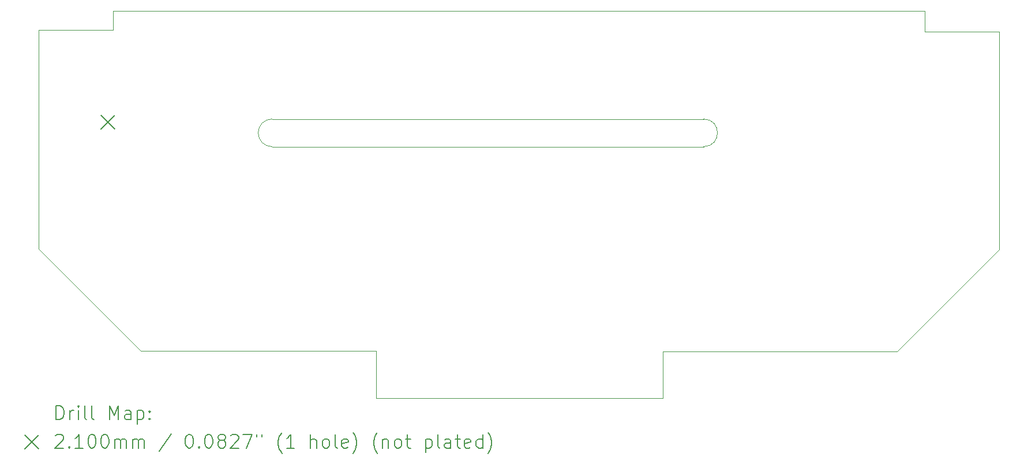
<source format=gbr>
%FSLAX45Y45*%
G04 Gerber Fmt 4.5, Leading zero omitted, Abs format (unit mm)*
G04 Created by KiCad (PCBNEW (6.0.2)) date 2023-01-14 17:30:27*
%MOMM*%
%LPD*%
G01*
G04 APERTURE LIST*
%TA.AperFunction,Profile*%
%ADD10C,0.050000*%
%TD*%
%ADD11C,0.200000*%
%ADD12C,0.210000*%
G04 APERTURE END LIST*
D10*
X2311400Y-5524500D02*
X2311400Y-2311400D01*
X5735320Y-3619500D02*
X7670800Y-3619500D01*
X7670800Y-4025900D02*
X5735320Y-4025900D01*
X12067540Y-4025900D02*
G75*
G03*
X12067540Y-3619500I0J203200D01*
G01*
X16408400Y-4927600D02*
X16408400Y-5537200D01*
X11242040Y-3619500D02*
X7670800Y-3619500D01*
X7670800Y-4025900D02*
X12067540Y-4025900D01*
X11864340Y-2032000D02*
X15316200Y-2032000D01*
X11242040Y-3619500D02*
X12067540Y-3619500D01*
X11457940Y-2034540D02*
X11866880Y-2034540D01*
X11866880Y-2034540D02*
X11864340Y-2032000D01*
X3403600Y-2311400D02*
X3403600Y-2032000D01*
X16408400Y-2336800D02*
X16408400Y-3098800D01*
X15316200Y-2032000D02*
X15316200Y-2336800D01*
X11468100Y-7721600D02*
X7264400Y-7721600D01*
X11457940Y-2034540D02*
X3403600Y-2032000D01*
X5735320Y-3619500D02*
G75*
G03*
X5735320Y-4025900I-2540J-203200D01*
G01*
X3810000Y-7023100D02*
X4676140Y-7023100D01*
X11468100Y-7035800D02*
X11468100Y-7721600D01*
X4676140Y-7023100D02*
X4907280Y-7023100D01*
X3810000Y-7023100D02*
X2311400Y-5524500D01*
X15316200Y-2336800D02*
X16408400Y-2336800D01*
X14909800Y-7035800D02*
X11468100Y-7035800D01*
X7264400Y-7721600D02*
X7264400Y-7023100D01*
X16408400Y-3098800D02*
X16408400Y-4927600D01*
X7264400Y-7023100D02*
X4907280Y-7023100D01*
X16408400Y-5537200D02*
X14909800Y-7035800D01*
X2311400Y-2311400D02*
X3403600Y-2311400D01*
D11*
D12*
X3219860Y-3560220D02*
X3429860Y-3770220D01*
X3429860Y-3560220D02*
X3219860Y-3770220D01*
D11*
X2566519Y-8034576D02*
X2566519Y-7834576D01*
X2614138Y-7834576D01*
X2642710Y-7844100D01*
X2661757Y-7863148D01*
X2671281Y-7882195D01*
X2680805Y-7920290D01*
X2680805Y-7948862D01*
X2671281Y-7986957D01*
X2661757Y-8006005D01*
X2642710Y-8025052D01*
X2614138Y-8034576D01*
X2566519Y-8034576D01*
X2766519Y-8034576D02*
X2766519Y-7901243D01*
X2766519Y-7939338D02*
X2776043Y-7920290D01*
X2785567Y-7910767D01*
X2804614Y-7901243D01*
X2823662Y-7901243D01*
X2890328Y-8034576D02*
X2890328Y-7901243D01*
X2890328Y-7834576D02*
X2880805Y-7844100D01*
X2890328Y-7853624D01*
X2899852Y-7844100D01*
X2890328Y-7834576D01*
X2890328Y-7853624D01*
X3014138Y-8034576D02*
X2995090Y-8025052D01*
X2985567Y-8006005D01*
X2985567Y-7834576D01*
X3118900Y-8034576D02*
X3099852Y-8025052D01*
X3090328Y-8006005D01*
X3090328Y-7834576D01*
X3347471Y-8034576D02*
X3347471Y-7834576D01*
X3414138Y-7977433D01*
X3480805Y-7834576D01*
X3480805Y-8034576D01*
X3661757Y-8034576D02*
X3661757Y-7929814D01*
X3652233Y-7910767D01*
X3633186Y-7901243D01*
X3595090Y-7901243D01*
X3576043Y-7910767D01*
X3661757Y-8025052D02*
X3642709Y-8034576D01*
X3595090Y-8034576D01*
X3576043Y-8025052D01*
X3566519Y-8006005D01*
X3566519Y-7986957D01*
X3576043Y-7967909D01*
X3595090Y-7958386D01*
X3642709Y-7958386D01*
X3661757Y-7948862D01*
X3756995Y-7901243D02*
X3756995Y-8101243D01*
X3756995Y-7910767D02*
X3776043Y-7901243D01*
X3814138Y-7901243D01*
X3833186Y-7910767D01*
X3842709Y-7920290D01*
X3852233Y-7939338D01*
X3852233Y-7996481D01*
X3842709Y-8015528D01*
X3833186Y-8025052D01*
X3814138Y-8034576D01*
X3776043Y-8034576D01*
X3756995Y-8025052D01*
X3937948Y-8015528D02*
X3947471Y-8025052D01*
X3937948Y-8034576D01*
X3928424Y-8025052D01*
X3937948Y-8015528D01*
X3937948Y-8034576D01*
X3937948Y-7910767D02*
X3947471Y-7920290D01*
X3937948Y-7929814D01*
X3928424Y-7920290D01*
X3937948Y-7910767D01*
X3937948Y-7929814D01*
X2108900Y-8264100D02*
X2308900Y-8464100D01*
X2308900Y-8264100D02*
X2108900Y-8464100D01*
X2556995Y-8273624D02*
X2566519Y-8264100D01*
X2585567Y-8254576D01*
X2633186Y-8254576D01*
X2652233Y-8264100D01*
X2661757Y-8273624D01*
X2671281Y-8292671D01*
X2671281Y-8311719D01*
X2661757Y-8340290D01*
X2547471Y-8454576D01*
X2671281Y-8454576D01*
X2756995Y-8435529D02*
X2766519Y-8445052D01*
X2756995Y-8454576D01*
X2747471Y-8445052D01*
X2756995Y-8435529D01*
X2756995Y-8454576D01*
X2956995Y-8454576D02*
X2842709Y-8454576D01*
X2899852Y-8454576D02*
X2899852Y-8254576D01*
X2880805Y-8283148D01*
X2861757Y-8302195D01*
X2842709Y-8311719D01*
X3080805Y-8254576D02*
X3099852Y-8254576D01*
X3118900Y-8264100D01*
X3128424Y-8273624D01*
X3137948Y-8292671D01*
X3147471Y-8330767D01*
X3147471Y-8378386D01*
X3137948Y-8416481D01*
X3128424Y-8435529D01*
X3118900Y-8445052D01*
X3099852Y-8454576D01*
X3080805Y-8454576D01*
X3061757Y-8445052D01*
X3052233Y-8435529D01*
X3042709Y-8416481D01*
X3033186Y-8378386D01*
X3033186Y-8330767D01*
X3042709Y-8292671D01*
X3052233Y-8273624D01*
X3061757Y-8264100D01*
X3080805Y-8254576D01*
X3271281Y-8254576D02*
X3290328Y-8254576D01*
X3309376Y-8264100D01*
X3318900Y-8273624D01*
X3328424Y-8292671D01*
X3337948Y-8330767D01*
X3337948Y-8378386D01*
X3328424Y-8416481D01*
X3318900Y-8435529D01*
X3309376Y-8445052D01*
X3290328Y-8454576D01*
X3271281Y-8454576D01*
X3252233Y-8445052D01*
X3242709Y-8435529D01*
X3233186Y-8416481D01*
X3223662Y-8378386D01*
X3223662Y-8330767D01*
X3233186Y-8292671D01*
X3242709Y-8273624D01*
X3252233Y-8264100D01*
X3271281Y-8254576D01*
X3423662Y-8454576D02*
X3423662Y-8321243D01*
X3423662Y-8340290D02*
X3433186Y-8330767D01*
X3452233Y-8321243D01*
X3480805Y-8321243D01*
X3499852Y-8330767D01*
X3509376Y-8349814D01*
X3509376Y-8454576D01*
X3509376Y-8349814D02*
X3518900Y-8330767D01*
X3537948Y-8321243D01*
X3566519Y-8321243D01*
X3585567Y-8330767D01*
X3595090Y-8349814D01*
X3595090Y-8454576D01*
X3690328Y-8454576D02*
X3690328Y-8321243D01*
X3690328Y-8340290D02*
X3699852Y-8330767D01*
X3718900Y-8321243D01*
X3747471Y-8321243D01*
X3766519Y-8330767D01*
X3776043Y-8349814D01*
X3776043Y-8454576D01*
X3776043Y-8349814D02*
X3785567Y-8330767D01*
X3804614Y-8321243D01*
X3833186Y-8321243D01*
X3852233Y-8330767D01*
X3861757Y-8349814D01*
X3861757Y-8454576D01*
X4252233Y-8245052D02*
X4080805Y-8502195D01*
X4509376Y-8254576D02*
X4528424Y-8254576D01*
X4547471Y-8264100D01*
X4556995Y-8273624D01*
X4566519Y-8292671D01*
X4576043Y-8330767D01*
X4576043Y-8378386D01*
X4566519Y-8416481D01*
X4556995Y-8435529D01*
X4547471Y-8445052D01*
X4528424Y-8454576D01*
X4509376Y-8454576D01*
X4490329Y-8445052D01*
X4480805Y-8435529D01*
X4471281Y-8416481D01*
X4461757Y-8378386D01*
X4461757Y-8330767D01*
X4471281Y-8292671D01*
X4480805Y-8273624D01*
X4490329Y-8264100D01*
X4509376Y-8254576D01*
X4661757Y-8435529D02*
X4671281Y-8445052D01*
X4661757Y-8454576D01*
X4652233Y-8445052D01*
X4661757Y-8435529D01*
X4661757Y-8454576D01*
X4795090Y-8254576D02*
X4814138Y-8254576D01*
X4833186Y-8264100D01*
X4842710Y-8273624D01*
X4852233Y-8292671D01*
X4861757Y-8330767D01*
X4861757Y-8378386D01*
X4852233Y-8416481D01*
X4842710Y-8435529D01*
X4833186Y-8445052D01*
X4814138Y-8454576D01*
X4795090Y-8454576D01*
X4776043Y-8445052D01*
X4766519Y-8435529D01*
X4756995Y-8416481D01*
X4747471Y-8378386D01*
X4747471Y-8330767D01*
X4756995Y-8292671D01*
X4766519Y-8273624D01*
X4776043Y-8264100D01*
X4795090Y-8254576D01*
X4976043Y-8340290D02*
X4956995Y-8330767D01*
X4947471Y-8321243D01*
X4937948Y-8302195D01*
X4937948Y-8292671D01*
X4947471Y-8273624D01*
X4956995Y-8264100D01*
X4976043Y-8254576D01*
X5014138Y-8254576D01*
X5033186Y-8264100D01*
X5042710Y-8273624D01*
X5052233Y-8292671D01*
X5052233Y-8302195D01*
X5042710Y-8321243D01*
X5033186Y-8330767D01*
X5014138Y-8340290D01*
X4976043Y-8340290D01*
X4956995Y-8349814D01*
X4947471Y-8359338D01*
X4937948Y-8378386D01*
X4937948Y-8416481D01*
X4947471Y-8435529D01*
X4956995Y-8445052D01*
X4976043Y-8454576D01*
X5014138Y-8454576D01*
X5033186Y-8445052D01*
X5042710Y-8435529D01*
X5052233Y-8416481D01*
X5052233Y-8378386D01*
X5042710Y-8359338D01*
X5033186Y-8349814D01*
X5014138Y-8340290D01*
X5128424Y-8273624D02*
X5137948Y-8264100D01*
X5156995Y-8254576D01*
X5204614Y-8254576D01*
X5223662Y-8264100D01*
X5233186Y-8273624D01*
X5242710Y-8292671D01*
X5242710Y-8311719D01*
X5233186Y-8340290D01*
X5118900Y-8454576D01*
X5242710Y-8454576D01*
X5309376Y-8254576D02*
X5442710Y-8254576D01*
X5356995Y-8454576D01*
X5509376Y-8254576D02*
X5509376Y-8292671D01*
X5585567Y-8254576D02*
X5585567Y-8292671D01*
X5880805Y-8530767D02*
X5871281Y-8521243D01*
X5852233Y-8492671D01*
X5842709Y-8473624D01*
X5833186Y-8445052D01*
X5823662Y-8397433D01*
X5823662Y-8359338D01*
X5833186Y-8311719D01*
X5842709Y-8283148D01*
X5852233Y-8264100D01*
X5871281Y-8235528D01*
X5880805Y-8226005D01*
X6061757Y-8454576D02*
X5947471Y-8454576D01*
X6004614Y-8454576D02*
X6004614Y-8254576D01*
X5985567Y-8283148D01*
X5966519Y-8302195D01*
X5947471Y-8311719D01*
X6299852Y-8454576D02*
X6299852Y-8254576D01*
X6385567Y-8454576D02*
X6385567Y-8349814D01*
X6376043Y-8330767D01*
X6356995Y-8321243D01*
X6328424Y-8321243D01*
X6309376Y-8330767D01*
X6299852Y-8340290D01*
X6509376Y-8454576D02*
X6490328Y-8445052D01*
X6480805Y-8435529D01*
X6471281Y-8416481D01*
X6471281Y-8359338D01*
X6480805Y-8340290D01*
X6490328Y-8330767D01*
X6509376Y-8321243D01*
X6537948Y-8321243D01*
X6556995Y-8330767D01*
X6566519Y-8340290D01*
X6576043Y-8359338D01*
X6576043Y-8416481D01*
X6566519Y-8435529D01*
X6556995Y-8445052D01*
X6537948Y-8454576D01*
X6509376Y-8454576D01*
X6690328Y-8454576D02*
X6671281Y-8445052D01*
X6661757Y-8426005D01*
X6661757Y-8254576D01*
X6842709Y-8445052D02*
X6823662Y-8454576D01*
X6785567Y-8454576D01*
X6766519Y-8445052D01*
X6756995Y-8426005D01*
X6756995Y-8349814D01*
X6766519Y-8330767D01*
X6785567Y-8321243D01*
X6823662Y-8321243D01*
X6842709Y-8330767D01*
X6852233Y-8349814D01*
X6852233Y-8368862D01*
X6756995Y-8387909D01*
X6918900Y-8530767D02*
X6928424Y-8521243D01*
X6947471Y-8492671D01*
X6956995Y-8473624D01*
X6966519Y-8445052D01*
X6976043Y-8397433D01*
X6976043Y-8359338D01*
X6966519Y-8311719D01*
X6956995Y-8283148D01*
X6947471Y-8264100D01*
X6928424Y-8235528D01*
X6918900Y-8226005D01*
X7280805Y-8530767D02*
X7271281Y-8521243D01*
X7252233Y-8492671D01*
X7242709Y-8473624D01*
X7233186Y-8445052D01*
X7223662Y-8397433D01*
X7223662Y-8359338D01*
X7233186Y-8311719D01*
X7242709Y-8283148D01*
X7252233Y-8264100D01*
X7271281Y-8235528D01*
X7280805Y-8226005D01*
X7356995Y-8321243D02*
X7356995Y-8454576D01*
X7356995Y-8340290D02*
X7366519Y-8330767D01*
X7385567Y-8321243D01*
X7414138Y-8321243D01*
X7433186Y-8330767D01*
X7442709Y-8349814D01*
X7442709Y-8454576D01*
X7566519Y-8454576D02*
X7547471Y-8445052D01*
X7537948Y-8435529D01*
X7528424Y-8416481D01*
X7528424Y-8359338D01*
X7537948Y-8340290D01*
X7547471Y-8330767D01*
X7566519Y-8321243D01*
X7595090Y-8321243D01*
X7614138Y-8330767D01*
X7623662Y-8340290D01*
X7633186Y-8359338D01*
X7633186Y-8416481D01*
X7623662Y-8435529D01*
X7614138Y-8445052D01*
X7595090Y-8454576D01*
X7566519Y-8454576D01*
X7690328Y-8321243D02*
X7766519Y-8321243D01*
X7718900Y-8254576D02*
X7718900Y-8426005D01*
X7728424Y-8445052D01*
X7747471Y-8454576D01*
X7766519Y-8454576D01*
X7985567Y-8321243D02*
X7985567Y-8521243D01*
X7985567Y-8330767D02*
X8004614Y-8321243D01*
X8042709Y-8321243D01*
X8061757Y-8330767D01*
X8071281Y-8340290D01*
X8080805Y-8359338D01*
X8080805Y-8416481D01*
X8071281Y-8435529D01*
X8061757Y-8445052D01*
X8042709Y-8454576D01*
X8004614Y-8454576D01*
X7985567Y-8445052D01*
X8195090Y-8454576D02*
X8176043Y-8445052D01*
X8166519Y-8426005D01*
X8166519Y-8254576D01*
X8356995Y-8454576D02*
X8356995Y-8349814D01*
X8347471Y-8330767D01*
X8328424Y-8321243D01*
X8290328Y-8321243D01*
X8271281Y-8330767D01*
X8356995Y-8445052D02*
X8337948Y-8454576D01*
X8290328Y-8454576D01*
X8271281Y-8445052D01*
X8261757Y-8426005D01*
X8261757Y-8406957D01*
X8271281Y-8387909D01*
X8290328Y-8378386D01*
X8337948Y-8378386D01*
X8356995Y-8368862D01*
X8423662Y-8321243D02*
X8499852Y-8321243D01*
X8452233Y-8254576D02*
X8452233Y-8426005D01*
X8461757Y-8445052D01*
X8480805Y-8454576D01*
X8499852Y-8454576D01*
X8642710Y-8445052D02*
X8623662Y-8454576D01*
X8585567Y-8454576D01*
X8566519Y-8445052D01*
X8556995Y-8426005D01*
X8556995Y-8349814D01*
X8566519Y-8330767D01*
X8585567Y-8321243D01*
X8623662Y-8321243D01*
X8642710Y-8330767D01*
X8652233Y-8349814D01*
X8652233Y-8368862D01*
X8556995Y-8387909D01*
X8823662Y-8454576D02*
X8823662Y-8254576D01*
X8823662Y-8445052D02*
X8804614Y-8454576D01*
X8766519Y-8454576D01*
X8747471Y-8445052D01*
X8737948Y-8435529D01*
X8728424Y-8416481D01*
X8728424Y-8359338D01*
X8737948Y-8340290D01*
X8747471Y-8330767D01*
X8766519Y-8321243D01*
X8804614Y-8321243D01*
X8823662Y-8330767D01*
X8899852Y-8530767D02*
X8909376Y-8521243D01*
X8928424Y-8492671D01*
X8937948Y-8473624D01*
X8947471Y-8445052D01*
X8956995Y-8397433D01*
X8956995Y-8359338D01*
X8947471Y-8311719D01*
X8937948Y-8283148D01*
X8928424Y-8264100D01*
X8909376Y-8235528D01*
X8899852Y-8226005D01*
M02*

</source>
